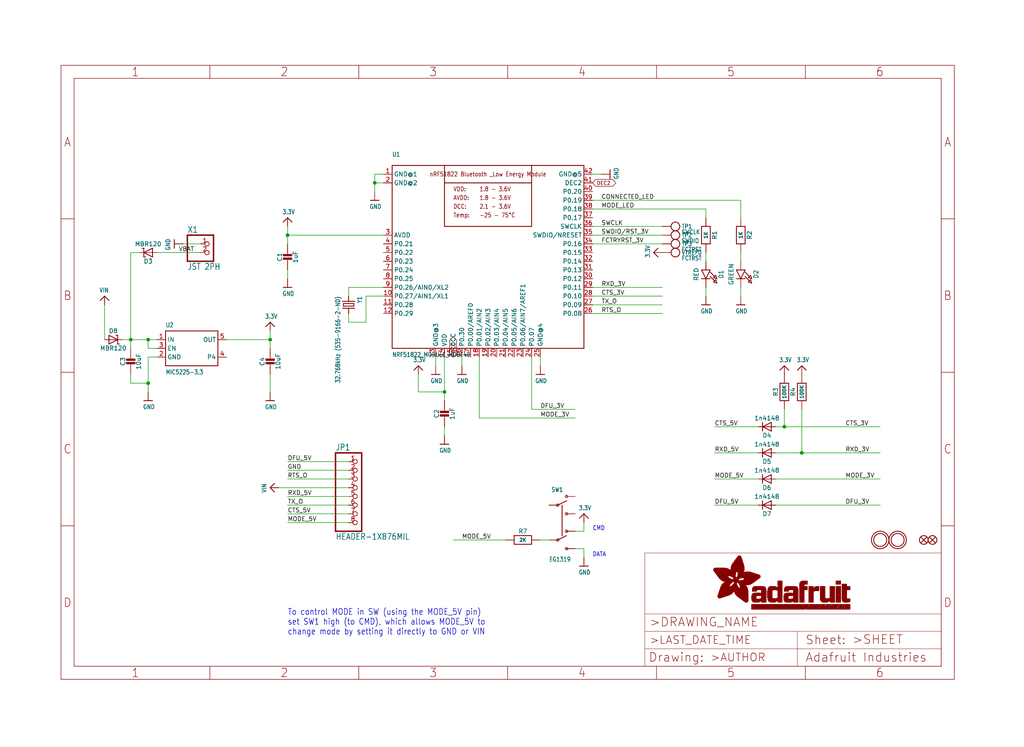
<source format=kicad_sch>
(kicad_sch (version 20211123) (generator eeschema)
  (paper "User" 298.45 217.881)
  (lib_symbols
    (symbol "eagleSchem-eagle-import:3.3V" (power)
      (property "Value" "3.3V" (at -1.524 1.016 0))
      (symbol "3.3V_1_0"
        (pin power_in line (at 0 -2.54 90) (length 2.54) (name "3.3V") (number "1"))
      )
    )
    (symbol "eagleSchem-eagle-import:CAP_CERAMIC0805-NOOUTLINE"
      (property "Reference" "C" (at -2.29 1.25 90))
      (property "Value" "CAP_CERAMIC0805-NOOUTLINE" (at 2.3 1.25 90))
      (symbol "CAP_CERAMIC0805-NOOUTLINE_1_0"
        (pin passive line (at 0 5.08 270) (length 2.54) (name "1") (number "1"))
        (pin passive line (at 0 -2.54 90) (length 2.54) (name "2") (number "2"))
      )
    )
    (symbol "eagleSchem-eagle-import:CON_JST_PH_2PIN"
      (property "Reference" "X" (at -6.35 5.715 0))
      (property "Value" "CON_JST_PH_2PIN" (at -6.35 -5.08 0))
      (symbol "CON_JST_PH_2PIN_1_0"
        (pin passive inverted (at -2.54 2.54 0) (length 2.54) (name "1") (number "1"))
        (pin passive inverted (at -2.54 0 0) (length 2.54) (name "2") (number "2"))
      )
    )
    (symbol "eagleSchem-eagle-import:CRYSTAL2.0X6.0_32.768"
      (property "Reference" "Y" (at -2.54 2.54 0))
      (property "Value" "CRYSTAL2.0X6.0_32.768" (at -2.54 -3.81 0))
      (symbol "CRYSTAL2.0X6.0_32.768_1_0"
        (pin passive line (at -2.54 0 0) (length 0) (name "1") (number "1"))
        (pin passive line (at 2.54 0 180) (length 0) (name "2") (number "2"))
      )
    )
    (symbol "eagleSchem-eagle-import:DIODE-SCHOTTKYSOD-123"
      (property "Reference" "D" (at 0 2.54 0))
      (property "Value" "DIODE-SCHOTTKYSOD-123" (at 0 -2.5 0))
      (symbol "DIODE-SCHOTTKYSOD-123_1_0"
        (pin passive line (at -2.54 0 0) (length 2.54) (name "A") (number "A"))
        (pin passive line (at 2.54 0 180) (length 2.54) (name "C") (number "C"))
      )
    )
    (symbol "eagleSchem-eagle-import:DIODESOD-323"
      (property "Reference" "D" (at 0 2.54 0))
      (property "Value" "DIODESOD-323" (at 0 -2.5 0))
      (symbol "DIODESOD-323_1_0"
        (pin passive line (at -2.54 0 0) (length 2.54) (name "A") (number "A"))
        (pin passive line (at 2.54 0 180) (length 2.54) (name "C") (number "C"))
      )
    )
    (symbol "eagleSchem-eagle-import:FIDUCIAL{dblquote}{dblquote}")
    (symbol "eagleSchem-eagle-import:FRAME_A4_ADAFRUIT"
      (symbol "FRAME_A4_ADAFRUIT_0_0"
        (text "1" (at 21.6958 1.905 0) (effects (font (size 2.54 2.286))))
        (text "1" (at 21.6958 177.165 0) (effects (font (size 2.54 2.286))))
        (text "2" (at 65.0875 1.905 0) (effects (font (size 2.54 2.286))))
        (text "2" (at 65.0875 177.165 0) (effects (font (size 2.54 2.286))))
        (text "3" (at 108.4792 1.905 0) (effects (font (size 2.54 2.286))))
        (text "3" (at 108.4792 177.165 0) (effects (font (size 2.54 2.286))))
        (text "4" (at 151.8708 1.905 0) (effects (font (size 2.54 2.286))))
        (text "4" (at 151.8708 177.165 0) (effects (font (size 2.54 2.286))))
        (text "5" (at 195.2625 1.905 0) (effects (font (size 2.54 2.286))))
        (text "5" (at 195.2625 177.165 0) (effects (font (size 2.54 2.286))))
        (text "6" (at 238.6542 1.905 0) (effects (font (size 2.54 2.286))))
        (text "6" (at 238.6542 177.165 0) (effects (font (size 2.54 2.286))))
        (text "A" (at 1.905 156.6863 0) (effects (font (size 2.54 2.286))))
        (text "A" (at 258.445 156.6863 0) (effects (font (size 2.54 2.286))))
        (text "B" (at 1.905 111.9188 0) (effects (font (size 2.54 2.286))))
        (text "B" (at 258.445 111.9188 0) (effects (font (size 2.54 2.286))))
        (text "C" (at 1.905 67.1513 0) (effects (font (size 2.54 2.286))))
        (text "C" (at 258.445 67.1513 0) (effects (font (size 2.54 2.286))))
        (text "D" (at 1.905 22.3838 0) (effects (font (size 2.54 2.286))))
        (text "D" (at 258.445 22.3838 0) (effects (font (size 2.54 2.286))))
      )
      (symbol "FRAME_A4_ADAFRUIT_1_0"
        (text ">AUTHOR" (at 189.23 5.08 0) (effects (font (size 2.286 2.286)) (justify left bottom)))
        (text ">DRAWING_NAME" (at 171.45 15.24 0) (effects (font (size 2.54 2.54)) (justify left bottom)))
        (text ">LAST_DATE_TIME" (at 171.45 10.16 0) (effects (font (size 2.286 2.286)) (justify left bottom)))
        (text ">SHEET" (at 230.505 10.16 0) (effects (font (size 2.54 2.54)) (justify left bottom)))
        (text "Adafruit Industries" (at 216.916 4.953 0) (effects (font (size 2.54 2.54)) (justify left bottom)))
        (text "Drawing:" (at 171.196 4.953 0) (effects (font (size 2.54 2.54)) (justify left bottom)))
        (text "Sheet:" (at 216.916 10.033 0) (effects (font (size 2.54 2.54)) (justify left bottom)))
      )
    )
    (symbol "eagleSchem-eagle-import:GND" (power)
      (property "Value" "GND" (at -1.524 -2.54 0))
      (symbol "GND_1_0"
        (pin power_in line (at 0 2.54 270) (length 2.54) (name "GND") (number "1"))
      )
    )
    (symbol "eagleSchem-eagle-import:HEADER-1X876MIL"
      (property "Reference" "JP" (at -6.35 13.335 0))
      (property "Value" "HEADER-1X876MIL" (at -6.35 -12.7 0))
      (symbol "HEADER-1X876MIL_1_0"
        (pin passive inverted (at -2.54 10.16 0) (length 2.54) (name "1") (number "1"))
        (pin passive inverted (at -2.54 7.62 0) (length 2.54) (name "2") (number "2"))
        (pin passive inverted (at -2.54 5.08 0) (length 2.54) (name "3") (number "3"))
        (pin passive inverted (at -2.54 2.54 0) (length 2.54) (name "4") (number "4"))
        (pin passive inverted (at -2.54 0 0) (length 2.54) (name "5") (number "5"))
        (pin passive inverted (at -2.54 -2.54 0) (length 2.54) (name "6") (number "6"))
        (pin passive inverted (at -2.54 -5.08 0) (length 2.54) (name "7") (number "7"))
        (pin passive inverted (at -2.54 -7.62 0) (length 2.54) (name "8") (number "8"))
      )
    )
    (symbol "eagleSchem-eagle-import:LED0805_NOOUTLINE"
      (property "Reference" "D" (at -1.27 4.445 0))
      (property "Value" "LED0805_NOOUTLINE" (at -1.27 -2.794 0))
      (symbol "LED0805_NOOUTLINE_1_0"
        (pin passive line (at -5.08 0 0) (length 2.54) (name "A") (number "A"))
        (pin passive line (at 2.54 0 180) (length 2.54) (name "C") (number "C"))
      )
    )
    (symbol "eagleSchem-eagle-import:MOUNTINGHOLE2.5")
    (symbol "eagleSchem-eagle-import:NRF51822_MODULE_MDBT40"
      (property "Reference" "U" (at -27.94 27.94 0))
      (property "Value" "NRF51822_MODULE_MDBT40" (at -27.94 -30.48 0))
      (symbol "NRF51822_MODULE_MDBT40_1_0"
        (text "-25 - 75°C" (at -2.54 10.16 0) (effects (font (size 1.27 1.0795)) (justify left bottom)))
        (text "1.8 - 3.6V" (at -2.54 15.24 0) (effects (font (size 1.27 1.0795)) (justify left bottom)))
        (text "1.8 - 3.6V" (at -2.54 17.78 0) (effects (font (size 1.27 1.0795)) (justify left bottom)))
        (text "2.1 - 3.6V" (at -2.54 12.7 0) (effects (font (size 1.27 1.0795)) (justify left bottom)))
        (text "AVDD:" (at -10.16 15.24 0) (effects (font (size 1.27 1.0795)) (justify left bottom)))
        (text "DCC:" (at -10.16 12.7 0) (effects (font (size 1.27 1.0795)) (justify left bottom)))
        (text "nRF51822 Bluetooth _Low Energy Module" (at 0 22.86 0) (effects (font (size 1.27 1.0795))))
        (text "Temp:" (at -10.16 10.16 0) (effects (font (size 1.27 1.0795)) (justify left bottom)))
        (text "VDD:" (at -10.16 17.78 0) (effects (font (size 1.27 1.0795)) (justify left bottom)))
        (pin power_in line (at -30.48 22.86 0) (length 2.54) (name "GND@1") (number "1"))
        (pin bidirectional line (at -30.48 -12.7 0) (length 2.54) (name "P0.27/AIN1/XL1") (number "10"))
        (pin bidirectional line (at -30.48 -15.24 0) (length 2.54) (name "P0.28") (number "11"))
        (pin bidirectional line (at -30.48 -17.78 0) (length 2.54) (name "P0.29") (number "12"))
        (pin power_in line (at -15.24 -30.48 90) (length 2.54) (name "GND@3") (number "13"))
        (pin power_in line (at -12.7 -30.48 90) (length 2.54) (name "VDD") (number "14"))
        (pin power_in line (at -10.16 -30.48 90) (length 2.54) (name "DCC") (number "15"))
        (pin bidirectional line (at -7.62 -30.48 90) (length 2.54) (name "P0.30") (number "16"))
        (pin bidirectional line (at -5.08 -30.48 90) (length 2.54) (name "P0.00/AREF0") (number "17"))
        (pin bidirectional line (at -2.54 -30.48 90) (length 2.54) (name "P0.01/AIN2") (number "18"))
        (pin bidirectional line (at 0 -30.48 90) (length 2.54) (name "P0.02/AIN3") (number "19"))
        (pin power_in line (at -30.48 20.32 0) (length 2.54) (name "GND@2") (number "2"))
        (pin bidirectional line (at 2.54 -30.48 90) (length 2.54) (name "P0.03/AIN4") (number "20"))
        (pin bidirectional line (at 5.08 -30.48 90) (length 2.54) (name "P0.04/AIN5") (number "21"))
        (pin bidirectional line (at 7.62 -30.48 90) (length 2.54) (name "P0.05/AIN6") (number "22"))
        (pin bidirectional line (at 10.16 -30.48 90) (length 2.54) (name "P0.06/AIN7/AREF1") (number "23"))
        (pin bidirectional line (at 12.7 -30.48 90) (length 2.54) (name "P0.07") (number "24"))
        (pin power_in line (at 15.24 -30.48 90) (length 2.54) (name "GND@4") (number "25"))
        (pin bidirectional line (at 30.48 -17.78 180) (length 2.54) (name "P0.08") (number "26"))
        (pin bidirectional line (at 30.48 -15.24 180) (length 2.54) (name "P0.09") (number "27"))
        (pin bidirectional line (at 30.48 -12.7 180) (length 2.54) (name "P0.10") (number "28"))
        (pin bidirectional line (at 30.48 -10.16 180) (length 2.54) (name "P0.11") (number "29"))
        (pin power_in line (at -30.48 5.08 0) (length 2.54) (name "AVDD") (number "3"))
        (pin bidirectional line (at 30.48 -7.62 180) (length 2.54) (name "P0.12") (number "30"))
        (pin bidirectional line (at 30.48 -5.08 180) (length 2.54) (name "P0.13") (number "31"))
        (pin bidirectional line (at 30.48 -2.54 180) (length 2.54) (name "P0.14") (number "32"))
        (pin bidirectional line (at 30.48 0 180) (length 2.54) (name "P0.15") (number "33"))
        (pin bidirectional line (at 30.48 2.54 180) (length 2.54) (name "P0.16") (number "34"))
        (pin bidirectional line (at 30.48 5.08 180) (length 2.54) (name "SWDIO/NRESET") (number "35"))
        (pin bidirectional line (at 30.48 7.62 180) (length 2.54) (name "SWCLK") (number "36"))
        (pin bidirectional line (at 30.48 10.16 180) (length 2.54) (name "P0.17") (number "37"))
        (pin bidirectional line (at 30.48 12.7 180) (length 2.54) (name "P0.18") (number "38"))
        (pin bidirectional line (at 30.48 15.24 180) (length 2.54) (name "P0.19") (number "39"))
        (pin bidirectional line (at -30.48 2.54 0) (length 2.54) (name "P0.21") (number "4"))
        (pin bidirectional line (at 30.48 17.78 180) (length 2.54) (name "P0.20") (number "40"))
        (pin power_in line (at 30.48 20.32 180) (length 2.54) (name "DEC2") (number "41"))
        (pin power_in line (at 30.48 22.86 180) (length 2.54) (name "GND@5") (number "42"))
        (pin bidirectional line (at -30.48 0 0) (length 2.54) (name "P0.22") (number "5"))
        (pin bidirectional line (at -30.48 -2.54 0) (length 2.54) (name "P0.23") (number "6"))
        (pin bidirectional line (at -30.48 -5.08 0) (length 2.54) (name "P0.24") (number "7"))
        (pin bidirectional line (at -30.48 -7.62 0) (length 2.54) (name "P0.25") (number "8"))
        (pin bidirectional line (at -30.48 -10.16 0) (length 2.54) (name "P0.26/AIN0/XL2") (number "9"))
      )
    )
    (symbol "eagleSchem-eagle-import:RESISTOR0805_NOOUTLINE"
      (property "Reference" "R" (at 0 2.54 0))
      (property "Value" "RESISTOR0805_NOOUTLINE" (at 0 0 0))
      (symbol "RESISTOR0805_NOOUTLINE_1_0"
        (pin passive line (at -5.08 0 0) (length 2.54) (name "1") (number "1"))
        (pin passive line (at 5.08 0 180) (length 2.54) (name "2") (number "2"))
      )
    )
    (symbol "eagleSchem-eagle-import:SWITCH_DPDTEG1390"
      (property "Reference" "SW" (at -4.445 8.89 0))
      (property "Value" "SWITCH_DPDTEG1390" (at -5.08 -11.43 0))
      (symbol "SWITCH_DPDTEG1390_1_0"
        (pin passive line (at 2.54 7.62 180) (length 2.54) (name "O1") (number "O1"))
        (pin passive line (at 2.54 -2.54 180) (length 2.54) (name "O2") (number "O2"))
        (pin passive line (at -5.08 5.08 0) (length 2.54) (name "P1") (number "P1"))
        (pin passive line (at -5.08 -5.08 0) (length 2.54) (name "P2") (number "P2"))
        (pin passive line (at 2.54 2.54 180) (length 2.54) (name "S1") (number "S1"))
        (pin passive line (at 2.54 -7.62 180) (length 2.54) (name "S2") (number "S2"))
      )
    )
    (symbol "eagleSchem-eagle-import:TESTPOINT1.5X2.0MM_NOCREAM"
      (property "Reference" "TP" (at 0 5.588 90))
      (property "Value" "TESTPOINT1.5X2.0MM_NOCREAM" (at 1.651 5.588 90))
      (symbol "TESTPOINT1.5X2.0MM_NOCREAM_1_0"
        (pin bidirectional line (at 0 0 90) (length 2.54) (name "P$1") (number "P$1"))
      )
    )
    (symbol "eagleSchem-eagle-import:VIN" (power)
      (property "Value" "VIN" (at -1.524 1.016 0))
      (symbol "VIN_1_0"
        (pin power_in line (at 0 -2.54 90) (length 2.54) (name "VIN") (number "1"))
      )
    )
    (symbol "eagleSchem-eagle-import:VREG_SOT23-5"
      (property "Reference" "U" (at -7.62 6.096 0))
      (property "Value" "VREG_SOT23-5" (at -7.62 -7.62 0))
      (symbol "VREG_SOT23-5_1_0"
        (pin power_in line (at -10.16 2.54 0) (length 2.54) (name "IN") (number "1"))
        (pin power_in line (at -10.16 -2.54 0) (length 2.54) (name "GND") (number "2"))
        (pin input line (at -10.16 0 0) (length 2.54) (name "EN") (number "3"))
        (pin bidirectional line (at 10.16 -2.54 180) (length 2.54) (name "P4") (number "4"))
        (pin power_in line (at 10.16 2.54 180) (length 2.54) (name "OUT") (number "5"))
      )
    )
  )
  (junction (at 233.68 132.08))
  (junction (at 43.18 111.76))
  (junction (at 228.6 124.46))
  (junction (at 129.54 114.3))
  (junction (at 43.18 99.06))
  (junction (at 38.1 99.06))
  (junction (at 109.22 53.34))
  (junction (at 83.82 68.58))
  (junction (at 78.74 99.06))
  (wire (pts (xy 83.82 68.58) (xy 83.82 66.04)))
  (wire (pts (xy 233.68 119.38) (xy 233.68 132.08)))
  (wire (pts (xy 139.7 104.14) (xy 139.7 121.92)))
  (wire (pts (xy 205.74 73.66) (xy 205.74 76.2)))
  (wire (pts (xy 233.68 132.08) (xy 256.54 132.08)))
  (wire (pts (xy 111.76 50.8) (xy 109.22 50.8)))
  (wire (pts (xy 101.6 134.62) (xy 83.82 134.62)))
  (wire (pts (xy 154.94 119.38) (xy 167.64 119.38)))
  (wire (pts (xy 45.72 101.6) (xy 43.18 101.6)))
  (wire (pts (xy 172.72 60.96) (xy 205.74 60.96)))
  (wire (pts (xy 170.18 160.02) (xy 170.18 162.56)))
  (wire (pts (xy 167.64 160.02) (xy 170.18 160.02)))
  (wire (pts (xy 215.9 73.66) (xy 215.9 76.2)))
  (wire (pts (xy 157.48 104.14) (xy 157.48 106.68)))
  (wire (pts (xy 226.06 147.32) (xy 256.54 147.32)))
  (wire (pts (xy 129.54 114.3) (xy 129.54 116.84)))
  (wire (pts (xy 228.6 124.46) (xy 228.6 119.38)))
  (wire (pts (xy 127 104.14) (xy 127 106.68)))
  (wire (pts (xy 170.18 154.94) (xy 170.18 152.4)))
  (wire (pts (xy 111.76 83.82) (xy 101.6 83.82)))
  (wire (pts (xy 38.1 99.06) (xy 38.1 73.66)))
  (wire (pts (xy 81.28 142.24) (xy 101.6 142.24)))
  (wire (pts (xy 43.18 111.76) (xy 43.18 114.3)))
  (wire (pts (xy 45.72 104.14) (xy 43.18 104.14)))
  (wire (pts (xy 172.72 91.44) (xy 193.04 91.44)))
  (wire (pts (xy 121.92 114.3) (xy 121.92 109.22)))
  (wire (pts (xy 129.54 104.14) (xy 129.54 114.3)))
  (wire (pts (xy 45.72 99.06) (xy 43.18 99.06)))
  (wire (pts (xy 45.72 73.66) (xy 58.42 73.66)))
  (wire (pts (xy 172.72 86.36) (xy 193.04 86.36)))
  (wire (pts (xy 83.82 149.86) (xy 101.6 149.86)))
  (wire (pts (xy 53.34 71.12) (xy 58.42 71.12)))
  (wire (pts (xy 78.74 109.22) (xy 78.74 114.3)))
  (wire (pts (xy 215.9 83.82) (xy 215.9 86.36)))
  (wire (pts (xy 172.72 58.42) (xy 215.9 58.42)))
  (wire (pts (xy 172.72 71.12) (xy 193.04 71.12)))
  (wire (pts (xy 38.1 111.76) (xy 38.1 109.22)))
  (wire (pts (xy 208.28 124.46) (xy 220.98 124.46)))
  (wire (pts (xy 101.6 93.98) (xy 106.68 93.98)))
  (wire (pts (xy 101.6 137.16) (xy 83.82 137.16)))
  (wire (pts (xy 83.82 144.78) (xy 101.6 144.78)))
  (wire (pts (xy 157.48 157.48) (xy 160.02 157.48)))
  (wire (pts (xy 43.18 111.76) (xy 38.1 111.76)))
  (wire (pts (xy 220.98 139.7) (xy 208.28 139.7)))
  (wire (pts (xy 129.54 114.3) (xy 121.92 114.3)))
  (wire (pts (xy 228.6 124.46) (xy 256.54 124.46)))
  (wire (pts (xy 139.7 121.92) (xy 167.64 121.92)))
  (wire (pts (xy 35.56 99.06) (xy 38.1 99.06)))
  (wire (pts (xy 83.82 68.58) (xy 83.82 71.12)))
  (wire (pts (xy 101.6 147.32) (xy 83.82 147.32)))
  (wire (pts (xy 101.6 91.44) (xy 101.6 93.98)))
  (wire (pts (xy 83.82 78.74) (xy 83.82 81.28)))
  (wire (pts (xy 101.6 152.4) (xy 83.82 152.4)))
  (wire (pts (xy 172.72 88.9) (xy 193.04 88.9)))
  (wire (pts (xy 167.64 154.94) (xy 170.18 154.94)))
  (wire (pts (xy 205.74 60.96) (xy 205.74 63.5)))
  (wire (pts (xy 215.9 58.42) (xy 215.9 63.5)))
  (wire (pts (xy 154.94 104.14) (xy 154.94 119.38)))
  (wire (pts (xy 111.76 68.58) (xy 83.82 68.58)))
  (wire (pts (xy 172.72 83.82) (xy 193.04 83.82)))
  (wire (pts (xy 43.18 104.14) (xy 43.18 111.76)))
  (wire (pts (xy 109.22 50.8) (xy 109.22 53.34)))
  (wire (pts (xy 134.62 104.14) (xy 134.62 106.68)))
  (wire (pts (xy 172.72 66.04) (xy 193.04 66.04)))
  (wire (pts (xy 205.74 83.82) (xy 205.74 86.36)))
  (wire (pts (xy 38.1 99.06) (xy 38.1 101.6)))
  (wire (pts (xy 101.6 83.82) (xy 101.6 86.36)))
  (wire (pts (xy 226.06 124.46) (xy 228.6 124.46)))
  (wire (pts (xy 30.48 88.9) (xy 30.48 99.06)))
  (wire (pts (xy 109.22 53.34) (xy 109.22 55.88)))
  (wire (pts (xy 111.76 53.34) (xy 109.22 53.34)))
  (wire (pts (xy 38.1 73.66) (xy 40.64 73.66)))
  (wire (pts (xy 172.72 50.8) (xy 175.26 50.8)))
  (wire (pts (xy 208.28 132.08) (xy 220.98 132.08)))
  (wire (pts (xy 220.98 147.32) (xy 208.28 147.32)))
  (wire (pts (xy 226.06 139.7) (xy 256.54 139.7)))
  (wire (pts (xy 78.74 99.06) (xy 78.74 96.52)))
  (wire (pts (xy 43.18 101.6) (xy 43.18 99.06)))
  (wire (pts (xy 129.54 124.46) (xy 129.54 127)))
  (wire (pts (xy 106.68 86.36) (xy 111.76 86.36)))
  (wire (pts (xy 43.18 99.06) (xy 38.1 99.06)))
  (wire (pts (xy 226.06 132.08) (xy 233.68 132.08)))
  (wire (pts (xy 78.74 99.06) (xy 78.74 101.6)))
  (wire (pts (xy 106.68 93.98) (xy 106.68 86.36)))
  (wire (pts (xy 66.04 99.06) (xy 78.74 99.06)))
  (wire (pts (xy 101.6 139.7) (xy 83.82 139.7)))
  (wire (pts (xy 172.72 68.58) (xy 193.04 68.58)))
  (wire (pts (xy 132.08 157.48) (xy 147.32 157.48)))
  (text "To control MODE in SW (using the MODE_5V pin)\nset SW1 high (to CMD), which allows MODE_5V to\nchange mode by setting it directly to GND or VIN" (at 83.82 185.42 0) (effects (font (size 1.778 1.5113)) (justify left bottom)))
  (text "DATA" (at 172.72 162.56 180) (effects (font (size 1.27 1.0795)) (justify left bottom)))
  (text "CMD" (at 172.72 154.94 180) (effects (font (size 1.27 1.0795)) (justify left bottom)))
  (label "TX_O" (at 83.82 147.32 0) (effects (font (size 1.2446 1.2446))))
  (label "RTS_O" (at 175.26 91.44 0) (effects (font (size 1.2446 1.2446))))
  (label "CONNECTED_LED" (at 175.26 58.42 0) (effects (font (size 1.2446 1.2446))))
  (label "RXD_3V" (at 246.38 132.08 0) (effects (font (size 1.2446 1.2446))))
  (label "GND" (at 83.82 137.16 0) (effects (font (size 1.2446 1.2446))))
  (label "CTS_3V" (at 175.26 86.36 0) (effects (font (size 1.2446 1.2446))))
  (label "VBAT" (at 52.07 73.66 0) (effects (font (size 1.2446 1.2446))))
  (label "RXD_5V" (at 83.82 144.78 0) (effects (font (size 1.2446 1.2446))))
  (label "MODE_5V" (at 208.28 139.7 0) (effects (font (size 1.2446 1.2446))))
  (label "MODE_LED" (at 175.26 60.96 0) (effects (font (size 1.2446 1.2446))))
  (label "MODE_5V" (at 134.62 157.48 0) (effects (font (size 1.2446 1.2446))))
  (label "CTS_5V" (at 208.28 124.46 0) (effects (font (size 1.2446 1.2446))))
  (label "CTS_5V" (at 83.82 149.86 0) (effects (font (size 1.2446 1.2446))))
  (label "DFU_5V" (at 83.82 134.62 0) (effects (font (size 1.2446 1.2446))))
  (label "SWCLK" (at 175.26 66.04 0) (effects (font (size 1.2446 1.2446))))
  (label "RTS_O" (at 83.82 139.7 0) (effects (font (size 1.2446 1.2446))))
  (label "FCTRYRST_3V" (at 175.26 71.12 0) (effects (font (size 1.2446 1.2446))))
  (label "MODE_3V" (at 157.48 121.92 0) (effects (font (size 1.2446 1.2446))))
  (label "DFU_3V" (at 157.48 119.38 0) (effects (font (size 1.2446 1.2446))))
  (label "MODE_3V" (at 246.38 139.7 0) (effects (font (size 1.2446 1.2446))))
  (label "CTS_3V" (at 246.38 124.46 0) (effects (font (size 1.2446 1.2446))))
  (label "SWDIO/RST_3V" (at 175.26 68.58 0) (effects (font (size 1.2446 1.2446))))
  (label "DFU_5V" (at 208.28 147.32 0) (effects (font (size 1.2446 1.2446))))
  (label "MODE_5V" (at 83.82 152.4 0) (effects (font (size 1.2446 1.2446))))
  (label "DFU_3V" (at 246.38 147.32 0) (effects (font (size 1.2446 1.2446))))
  (label "RXD_5V" (at 208.28 132.08 0) (effects (font (size 1.2446 1.2446))))
  (label "TX_O" (at 175.26 88.9 0) (effects (font (size 1.2446 1.2446))))
  (label "RXD_3V" (at 175.26 83.82 0) (effects (font (size 1.2446 1.2446))))
  (global_label "DCC" (shape bidirectional) (at 132.08 104.14 90) (effects (font (size 1.016 1.016))) (property "Intersheet References" "${INTERSHEET_REFS}" (effects hide)))
  (global_label "DEC2" (shape bidirectional) (at 172.72 53.34 0) (effects (font (size 1.016 1.016))) (property "Intersheet References" "${INTERSHEET_REFS}" (effects hide)))
  (symbol (lib_id "eagleSchem-eagle-import:RESISTOR0805_NOOUTLINE") (at 228.6 114.3 90) (unit 1)
    (property "Reference" "R3" (at 226.06 114.3 0))
    (property "Value" "100K" (at 228.6 114.3 0) (effects (font (size 1.016 1.016) bold)))
    (property "Footprint" "eagleSchem:0805-NO" (effects hide))
  )
  (symbol (lib_id "eagleSchem-eagle-import:FIDUCIAL{dblquote}{dblquote}") (at 269.24 157.48 0) (unit 1)
    (property "Reference" "FID2" (effects hide))
    (property "Value" "FIDUCIAL{dblquote}{dblquote}" (effects hide))
    (property "Footprint" "eagleSchem:FIDUCIAL_1MM" (effects hide))
  )
  (symbol (lib_id "eagleSchem-eagle-import:DIODE-SCHOTTKYSOD-123") (at 43.18 73.66 180) (unit 1)
    (property "Reference" "D3" (at 43.18 76.2 0))
    (property "Value" "MBR120" (at 43.18 71.16 0))
    (property "Footprint" "eagleSchem:SOD-123" (effects hide))
  )
  (symbol (lib_id "eagleSchem-eagle-import:GND") (at 157.48 109.22 0) (unit 1)
    (property "Reference" "#U$10" (effects hide))
    (property "Value" "GND" (at 155.956 111.76 0) (effects (font (size 1.27 1.0795)) (justify left bottom)))
    (property "Footprint" "eagleSchem:" (effects hide))
  )
  (symbol (lib_id "eagleSchem-eagle-import:DIODESOD-323") (at 223.52 147.32 180) (unit 1)
    (property "Reference" "D7" (at 223.52 149.86 0))
    (property "Value" "1n4148" (at 223.52 144.82 0))
    (property "Footprint" "eagleSchem:SOD-323" (effects hide))
  )
  (symbol (lib_id "eagleSchem-eagle-import:LED0805_NOOUTLINE") (at 215.9 81.28 270) (unit 1)
    (property "Reference" "D2" (at 220.345 80.01 0))
    (property "Value" "GREEN" (at 213.106 80.01 0))
    (property "Footprint" "eagleSchem:CHIPLED_0805_NOOUTLINE" (effects hide))
  )
  (symbol (lib_id "eagleSchem-eagle-import:FIDUCIAL{dblquote}{dblquote}") (at 271.78 157.48 0) (unit 1)
    (property "Reference" "FID1" (effects hide))
    (property "Value" "FIDUCIAL{dblquote}{dblquote}" (effects hide))
    (property "Footprint" "eagleSchem:FIDUCIAL_1MM" (effects hide))
  )
  (symbol (lib_id "eagleSchem-eagle-import:DIODESOD-323") (at 223.52 139.7 180) (unit 1)
    (property "Reference" "D6" (at 223.52 142.24 0))
    (property "Value" "1n4148" (at 223.52 137.2 0))
    (property "Footprint" "eagleSchem:SOD-323" (effects hide))
  )
  (symbol (lib_id "eagleSchem-eagle-import:GND") (at 109.22 58.42 0) (unit 1)
    (property "Reference" "#U$12" (effects hide))
    (property "Value" "GND" (at 107.696 60.96 0) (effects (font (size 1.27 1.0795)) (justify left bottom)))
    (property "Footprint" "eagleSchem:" (effects hide))
  )
  (symbol (lib_id "eagleSchem-eagle-import:CRYSTAL2.0X6.0_32.768") (at 101.6 88.9 270) (unit 1)
    (property "Reference" "Y1" (at 104.14 86.36 0) (effects (font (size 1.27 1.0795)) (justify left bottom)))
    (property "Value" "32.768kHz (535-9166-2-ND)" (at 97.79 86.36 0) (effects (font (size 1.27 1.0795)) (justify left bottom)))
    (property "Footprint" "eagleSchem:CRYSTAL_CYL_2X6MM_SMT" (effects hide))
  )
  (symbol (lib_id "eagleSchem-eagle-import:3.3V") (at 190.5 73.66 90) (unit 1)
    (property "Reference" "#U$4" (effects hide))
    (property "Value" "3.3V" (at 189.484 75.184 0) (effects (font (size 1.27 1.0795)) (justify left bottom)))
    (property "Footprint" "eagleSchem:" (effects hide))
  )
  (symbol (lib_id "eagleSchem-eagle-import:3.3V") (at 121.92 106.68 0) (unit 1)
    (property "Reference" "#U$14" (effects hide))
    (property "Value" "3.3V" (at 120.396 105.664 0) (effects (font (size 1.27 1.0795)) (justify left bottom)))
    (property "Footprint" "eagleSchem:" (effects hide))
  )
  (symbol (lib_id "eagleSchem-eagle-import:LED0805_NOOUTLINE") (at 205.74 81.28 270) (unit 1)
    (property "Reference" "D1" (at 210.185 80.01 0))
    (property "Value" "RED" (at 202.946 80.01 0))
    (property "Footprint" "eagleSchem:CHIPLED_0805_NOOUTLINE" (effects hide))
  )
  (symbol (lib_id "eagleSchem-eagle-import:GND") (at 43.18 116.84 0) (unit 1)
    (property "Reference" "#U$20" (effects hide))
    (property "Value" "GND" (at 41.656 119.38 0) (effects (font (size 1.27 1.0795)) (justify left bottom)))
    (property "Footprint" "eagleSchem:" (effects hide))
  )
  (symbol (lib_id "eagleSchem-eagle-import:MOUNTINGHOLE2.5") (at 261.62 157.48 0) (unit 1)
    (property "Reference" "U$28" (effects hide))
    (property "Value" "MOUNTINGHOLE2.5" (effects hide))
    (property "Footprint" "eagleSchem:MOUNTINGHOLE_2.5_PLATED" (effects hide))
  )
  (symbol (lib_id "eagleSchem-eagle-import:RESISTOR0805_NOOUTLINE") (at 233.68 114.3 90) (unit 1)
    (property "Reference" "R4" (at 231.14 114.3 0))
    (property "Value" "100K" (at 233.68 114.3 0) (effects (font (size 1.016 1.016) bold)))
    (property "Footprint" "eagleSchem:0805-NO" (effects hide))
  )
  (symbol (lib_id "eagleSchem-eagle-import:GND") (at 177.8 50.8 90) (unit 1)
    (property "Reference" "#U$13" (effects hide))
    (property "Value" "GND" (at 180.34 52.324 0) (effects (font (size 1.27 1.0795)) (justify left bottom)))
    (property "Footprint" "eagleSchem:" (effects hide))
  )
  (symbol (lib_id "eagleSchem-eagle-import:VREG_SOT23-5") (at 55.88 101.6 0) (unit 1)
    (property "Reference" "U2" (at 48.26 95.504 0) (effects (font (size 1.27 1.0795)) (justify left bottom)))
    (property "Value" "MIC5225-3.3" (at 48.26 109.22 0) (effects (font (size 1.27 1.0795)) (justify left bottom)))
    (property "Footprint" "eagleSchem:SOT23-5" (effects hide))
  )
  (symbol (lib_id "eagleSchem-eagle-import:VIN") (at 30.48 86.36 0) (unit 1)
    (property "Reference" "#U$19" (effects hide))
    (property "Value" "VIN" (at 28.956 85.344 0) (effects (font (size 1.27 1.0795)) (justify left bottom)))
    (property "Footprint" "eagleSchem:" (effects hide))
  )
  (symbol (lib_id "eagleSchem-eagle-import:3.3V") (at 170.18 149.86 0) (unit 1)
    (property "Reference" "#U$2" (effects hide))
    (property "Value" "3.3V" (at 168.656 148.844 0) (effects (font (size 1.27 1.0795)) (justify left bottom)))
    (property "Footprint" "eagleSchem:" (effects hide))
  )
  (symbol (lib_id "eagleSchem-eagle-import:DIODESOD-323") (at 223.52 132.08 180) (unit 1)
    (property "Reference" "D5" (at 223.52 134.62 0))
    (property "Value" "1n4148" (at 223.52 129.58 0))
    (property "Footprint" "eagleSchem:SOD-323" (effects hide))
  )
  (symbol (lib_id "eagleSchem-eagle-import:GND") (at 127 109.22 0) (unit 1)
    (property "Reference" "#U$11" (effects hide))
    (property "Value" "GND" (at 125.476 111.76 0) (effects (font (size 1.27 1.0795)) (justify left bottom)))
    (property "Footprint" "eagleSchem:" (effects hide))
  )
  (symbol (lib_id "eagleSchem-eagle-import:GND") (at 78.74 116.84 0) (unit 1)
    (property "Reference" "#U$21" (effects hide))
    (property "Value" "GND" (at 77.216 119.38 0) (effects (font (size 1.27 1.0795)) (justify left bottom)))
    (property "Footprint" "eagleSchem:" (effects hide))
  )
  (symbol (lib_id "eagleSchem-eagle-import:CAP_CERAMIC0805-NOOUTLINE") (at 78.74 106.68 0) (unit 1)
    (property "Reference" "C4" (at 76.45 105.43 90))
    (property "Value" "10uF" (at 81.04 105.43 90))
    (property "Footprint" "eagleSchem:0805-NO" (effects hide))
  )
  (symbol (lib_id "eagleSchem-eagle-import:DIODESOD-323") (at 223.52 124.46 180) (unit 1)
    (property "Reference" "D4" (at 223.52 127 0))
    (property "Value" "1n4148" (at 223.52 121.96 0))
    (property "Footprint" "eagleSchem:SOD-323" (effects hide))
  )
  (symbol (lib_id "eagleSchem-eagle-import:CAP_CERAMIC0805-NOOUTLINE") (at 83.82 76.2 0) (unit 1)
    (property "Reference" "C1" (at 81.53 74.95 90))
    (property "Value" "1uF" (at 86.12 74.95 90))
    (property "Footprint" "eagleSchem:0805-NO" (effects hide))
  )
  (symbol (lib_id "eagleSchem-eagle-import:3.3V") (at 228.6 106.68 0) (unit 1)
    (property "Reference" "#U$17" (effects hide))
    (property "Value" "3.3V" (at 227.076 105.664 0) (effects (font (size 1.27 1.0795)) (justify left bottom)))
    (property "Footprint" "eagleSchem:" (effects hide))
  )
  (symbol (lib_id "eagleSchem-eagle-import:RESISTOR0805_NOOUTLINE") (at 205.74 68.58 270) (unit 1)
    (property "Reference" "R1" (at 208.28 68.58 0))
    (property "Value" "1K" (at 205.74 68.58 0) (effects (font (size 1.016 1.016) bold)))
    (property "Footprint" "eagleSchem:0805-NO" (effects hide))
  )
  (symbol (lib_id "eagleSchem-eagle-import:GND") (at 134.62 109.22 0) (unit 1)
    (property "Reference" "#U$8" (effects hide))
    (property "Value" "GND" (at 133.096 111.76 0) (effects (font (size 1.27 1.0795)) (justify left bottom)))
    (property "Footprint" "eagleSchem:" (effects hide))
  )
  (symbol (lib_id "eagleSchem-eagle-import:RESISTOR0805_NOOUTLINE") (at 152.4 157.48 0) (unit 1)
    (property "Reference" "R7" (at 152.4 154.94 0))
    (property "Value" "2K" (at 152.4 157.48 0) (effects (font (size 1.016 1.016) bold)))
    (property "Footprint" "eagleSchem:0805-NO" (effects hide))
  )
  (symbol (lib_id "eagleSchem-eagle-import:NRF51822_MODULE_MDBT40") (at 142.24 73.66 0) (unit 1)
    (property "Reference" "U1" (at 114.3 45.72 0) (effects (font (size 1.27 1.0795)) (justify left bottom)))
    (property "Value" "NRF51822_MODULE_MDBT40" (at 114.3 104.14 0) (effects (font (size 1.27 1.0795)) (justify left bottom)))
    (property "Footprint" "eagleSchem:BLE_MODULE_RAYTAC_MDBT40" (effects hide))
  )
  (symbol (lib_id "eagleSchem-eagle-import:3.3V") (at 78.74 93.98 0) (unit 1)
    (property "Reference" "#U$22" (effects hide))
    (property "Value" "3.3V" (at 77.216 92.964 0) (effects (font (size 1.27 1.0795)) (justify left bottom)))
    (property "Footprint" "eagleSchem:" (effects hide))
  )
  (symbol (lib_id "eagleSchem-eagle-import:RESISTOR0805_NOOUTLINE") (at 215.9 68.58 270) (unit 1)
    (property "Reference" "R2" (at 218.44 68.58 0))
    (property "Value" "1K" (at 215.9 68.58 0) (effects (font (size 1.016 1.016) bold)))
    (property "Footprint" "eagleSchem:0805-NO" (effects hide))
  )
  (symbol (lib_id "eagleSchem-eagle-import:GND") (at 83.82 83.82 0) (unit 1)
    (property "Reference" "#U$15" (effects hide))
    (property "Value" "GND" (at 82.296 86.36 0) (effects (font (size 1.27 1.0795)) (justify left bottom)))
    (property "Footprint" "eagleSchem:" (effects hide))
  )
  (symbol (lib_id "eagleSchem-eagle-import:GND") (at 50.8 71.12 270) (unit 1)
    (property "Reference" "#U$5" (effects hide))
    (property "Value" "GND" (at 48.26 69.596 0) (effects (font (size 1.27 1.0795)) (justify left bottom)))
    (property "Footprint" "eagleSchem:" (effects hide))
  )
  (symbol (lib_id "eagleSchem-eagle-import:CAP_CERAMIC0805-NOOUTLINE") (at 129.54 121.92 0) (unit 1)
    (property "Reference" "C2" (at 127.25 120.67 90))
    (property "Value" "1uF" (at 131.84 120.67 90))
    (property "Footprint" "eagleSchem:0805-NO" (effects hide))
  )
  (symbol (lib_id "eagleSchem-eagle-import:MOUNTINGHOLE2.5") (at 256.54 157.48 0) (unit 1)
    (property "Reference" "U$29" (effects hide))
    (property "Value" "MOUNTINGHOLE2.5" (effects hide))
    (property "Footprint" "eagleSchem:MOUNTINGHOLE_2.5_PLATED" (effects hide))
  )
  (symbol (lib_id "eagleSchem-eagle-import:TESTPOINT1.5X2.0MM_NOCREAM") (at 193.04 68.58 270) (unit 1)
    (property "Reference" "TP2" (at 198.628 68.58 90) (effects (font (size 1.27 1.0795)) (justify left)))
    (property "Value" "SWDIO" (at 198.628 70.231 90) (effects (font (size 1.27 1.0795)) (justify left)))
    (property "Footprint" "eagleSchem:PAD-1.5X2.0" (effects hide))
  )
  (symbol (lib_id "eagleSchem-eagle-import:DIODE-SCHOTTKYSOD-123") (at 33.02 99.06 0) (unit 1)
    (property "Reference" "D8" (at 33.02 96.52 0))
    (property "Value" "MBR120" (at 33.02 101.56 0))
    (property "Footprint" "eagleSchem:SOD-123" (effects hide))
  )
  (symbol (lib_id "eagleSchem-eagle-import:3.3V") (at 83.82 63.5 0) (unit 1)
    (property "Reference" "#U$16" (effects hide))
    (property "Value" "3.3V" (at 82.296 62.484 0) (effects (font (size 1.27 1.0795)) (justify left bottom)))
    (property "Footprint" "eagleSchem:" (effects hide))
  )
  (symbol (lib_id "eagleSchem-eagle-import:TESTPOINT1.5X2.0MM_NOCREAM") (at 193.04 71.12 270) (unit 1)
    (property "Reference" "TP3" (at 198.628 71.12 90) (effects (font (size 1.27 1.0795)) (justify left)))
    (property "Value" "FCTRST" (at 198.628 72.771 90) (effects (font (size 1.27 1.0795)) (justify left)))
    (property "Footprint" "eagleSchem:PAD-1.5X2.0" (effects hide))
  )
  (symbol (lib_id "eagleSchem-eagle-import:CAP_CERAMIC0805-NOOUTLINE") (at 38.1 106.68 0) (unit 1)
    (property "Reference" "C3" (at 35.81 105.43 90))
    (property "Value" "10uF" (at 40.4 105.43 90))
    (property "Footprint" "eagleSchem:0805-NO" (effects hide))
  )
  (symbol (lib_id "eagleSchem-eagle-import:HEADER-1X876MIL") (at 104.14 144.78 0) (unit 1)
    (property "Reference" "JP1" (at 97.79 131.445 0) (effects (font (size 1.778 1.5113)) (justify left bottom)))
    (property "Value" "HEADER-1X876MIL" (at 97.79 157.48 0) (effects (font (size 1.778 1.5113)) (justify left bottom)))
    (property "Footprint" "eagleSchem:1X08_ROUND_76" (effects hide))
  )
  (symbol (lib_id "eagleSchem-eagle-import:GND") (at 215.9 88.9 0) (unit 1)
    (property "Reference" "#U$7" (effects hide))
    (property "Value" "GND" (at 214.376 91.44 0) (effects (font (size 1.27 1.0795)) (justify left bottom)))
    (property "Footprint" "eagleSchem:" (effects hide))
  )
  (symbol (lib_id "eagleSchem-eagle-import:TESTPOINT1.5X2.0MM_NOCREAM") (at 193.04 73.66 270) (unit 1)
    (property "Reference" "VTREF0" (at 198.628 73.66 90) (effects (font (size 1.27 1.0795)) (justify left)))
    (property "Value" "FCTRST" (at 198.628 75.311 90) (effects (font (size 1.27 1.0795)) (justify left)))
    (property "Footprint" "eagleSchem:PAD-1.5X2.0" (effects hide))
  )
  (symbol (lib_id "eagleSchem-eagle-import:GND") (at 205.74 88.9 0) (unit 1)
    (property "Reference" "#U$6" (effects hide))
    (property "Value" "GND" (at 204.216 91.44 0) (effects (font (size 1.27 1.0795)) (justify left bottom)))
    (property "Footprint" "eagleSchem:" (effects hide))
  )
  (symbol (lib_id "eagleSchem-eagle-import:GND") (at 170.18 165.1 0) (unit 1)
    (property "Reference" "#U$3" (effects hide))
    (property "Value" "GND" (at 168.656 167.64 0) (effects (font (size 1.27 1.0795)) (justify left bottom)))
    (property "Footprint" "eagleSchem:" (effects hide))
  )
  (symbol (lib_id "eagleSchem-eagle-import:TESTPOINT1.5X2.0MM_NOCREAM") (at 193.04 66.04 270) (unit 1)
    (property "Reference" "TP1" (at 198.628 66.04 90) (effects (font (size 1.27 1.0795)) (justify left)))
    (property "Value" "SWCLK" (at 198.628 67.691 90) (effects (font (size 1.27 1.0795)) (justify left)))
    (property "Footprint" "eagleSchem:PAD-1.5X2.0" (effects hide))
  )
  (symbol (lib_id "eagleSchem-eagle-import:VIN") (at 78.74 142.24 90) (unit 1)
    (property "Reference" "#U$32" (effects hide))
    (property "Value" "VIN" (at 77.724 143.764 0) (effects (font (size 1.27 1.0795)) (justify left bottom)))
    (property "Footprint" "eagleSchem:" (effects hide))
  )
  (symbol (lib_id "eagleSchem-eagle-import:GND") (at 129.54 129.54 0) (unit 1)
    (property "Reference" "#U$18" (effects hide))
    (property "Value" "GND" (at 128.016 132.08 0) (effects (font (size 1.27 1.0795)) (justify left bottom)))
    (property "Footprint" "eagleSchem:" (effects hide))
  )
  (symbol (lib_id "eagleSchem-eagle-import:3.3V") (at 233.68 106.68 0) (unit 1)
    (property "Reference" "#U$23" (effects hide))
    (property "Value" "3.3V" (at 232.156 105.664 0) (effects (font (size 1.27 1.0795)) (justify left bottom)))
    (property "Footprint" "eagleSchem:" (effects hide))
  )
  (symbol (lib_id "eagleSchem-eagle-import:FRAME_A4_ADAFRUIT") (at 17.78 198.12 0) (unit 1)
    (property "Reference" "#U$1" (effects hide))
    (property "Value" "FRAME_A4_ADAFRUIT" (effects hide))
    (property "Footprint" "eagleSchem:" (effects hide))
  )
  (symbol (lib_id "eagleSchem-eagle-import:SWITCH_DPDTEG1390") (at 165.1 152.4 0) (unit 1)
    (property "Reference" "SW1" (at 160.655 143.51 0) (effects (font (size 1.27 1.0795)) (justify left bottom)))
    (property "Value" "EG1319" (at 160.02 163.83 0) (effects (font (size 1.27 1.0795)) (justify left bottom)))
    (property "Footprint" "eagleSchem:EG1390" (effects hide))
  )
  (symbol (lib_id "eagleSchem-eagle-import:CON_JST_PH_2PIN") (at 60.96 73.66 0) (unit 1)
    (property "Reference" "X1" (at 54.61 67.945 0) (effects (font (size 1.778 1.5113)) (justify left bottom)))
    (property "Value" "JST 2PH" (at 54.61 78.74 0) (effects (font (size 1.778 1.5113)) (justify left bottom)))
    (property "Footprint" "eagleSchem:JSTPH2" (effects hide))
  )
)
</source>
